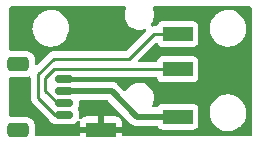
<source format=gbr>
%TF.GenerationSoftware,KiCad,Pcbnew,(6.0.5-0)*%
%TF.CreationDate,2022-07-05T23:04:03-07:00*%
%TF.ProjectId,trrs,74727273-2e6b-4696-9361-645f70636258,rev?*%
%TF.SameCoordinates,Original*%
%TF.FileFunction,Copper,L1,Top*%
%TF.FilePolarity,Positive*%
%FSLAX46Y46*%
G04 Gerber Fmt 4.6, Leading zero omitted, Abs format (unit mm)*
G04 Created by KiCad (PCBNEW (6.0.5-0)) date 2022-07-05 23:04:03*
%MOMM*%
%LPD*%
G01*
G04 APERTURE LIST*
G04 Aperture macros list*
%AMRoundRect*
0 Rectangle with rounded corners*
0 $1 Rounding radius*
0 $2 $3 $4 $5 $6 $7 $8 $9 X,Y pos of 4 corners*
0 Add a 4 corners polygon primitive as box body*
4,1,4,$2,$3,$4,$5,$6,$7,$8,$9,$2,$3,0*
0 Add four circle primitives for the rounded corners*
1,1,$1+$1,$2,$3*
1,1,$1+$1,$4,$5*
1,1,$1+$1,$6,$7*
1,1,$1+$1,$8,$9*
0 Add four rect primitives between the rounded corners*
20,1,$1+$1,$2,$3,$4,$5,0*
20,1,$1+$1,$4,$5,$6,$7,0*
20,1,$1+$1,$6,$7,$8,$9,0*
20,1,$1+$1,$8,$9,$2,$3,0*%
G04 Aperture macros list end*
%TA.AperFunction,SMDPad,CuDef*%
%ADD10RoundRect,0.150000X-0.625000X0.150000X-0.625000X-0.150000X0.625000X-0.150000X0.625000X0.150000X0*%
%TD*%
%TA.AperFunction,SMDPad,CuDef*%
%ADD11RoundRect,0.250000X-0.650000X0.350000X-0.650000X-0.350000X0.650000X-0.350000X0.650000X0.350000X0*%
%TD*%
%TA.AperFunction,SMDPad,CuDef*%
%ADD12R,2.500000X1.200000*%
%TD*%
%TA.AperFunction,ViaPad*%
%ADD13C,0.600000*%
%TD*%
%TA.AperFunction,Conductor*%
%ADD14C,0.250000*%
%TD*%
%TA.AperFunction,Conductor*%
%ADD15C,0.550000*%
%TD*%
G04 APERTURE END LIST*
D10*
%TO.P,J7,1,Pin_1*%
%TO.N,GND2*%
X93607000Y-50670000D03*
%TO.P,J7,2,Pin_2*%
%TO.N,VBUS_TRRS*%
X93607000Y-51670000D03*
%TO.P,J7,3,Pin_3*%
%TO.N,SCL*%
X93607000Y-52670000D03*
%TO.P,J7,4,Pin_4*%
%TO.N,SDA*%
X93607000Y-53670000D03*
D11*
%TO.P,J7,MP*%
%TO.N,N/C*%
X89732000Y-54970000D03*
X89732000Y-49370000D03*
%TD*%
D12*
%TO.P,J5,R1*%
%TO.N,SCL*%
X103250000Y-49825000D03*
%TO.P,J5,R2*%
%TO.N,SDA*%
X103250000Y-46825000D03*
%TO.P,J5,S*%
%TO.N,GND2*%
X96750000Y-54925000D03*
%TO.P,J5,T*%
%TO.N,VBUS_TRRS*%
X103250000Y-53825000D03*
%TD*%
D13*
%TO.N,GND2*%
X89494000Y-46546000D03*
X104133000Y-51962000D03*
X96073000Y-45234000D03*
X99542420Y-47159507D03*
%TD*%
D14*
%TO.N,SDA*%
X101209000Y-46825000D02*
X103250000Y-46825000D01*
X91428000Y-50255520D02*
X92751520Y-48932000D01*
X99102000Y-48932000D02*
X101209000Y-46825000D01*
X93228000Y-53670000D02*
X92875000Y-53670000D01*
X92751520Y-48932000D02*
X99102000Y-48932000D01*
X91428000Y-52223000D02*
X91428000Y-50255520D01*
X92875000Y-53670000D02*
X91428000Y-52223000D01*
%TO.N,SCL*%
X103250000Y-49825000D02*
X92797000Y-49825000D01*
X92049000Y-51625000D02*
X93094000Y-52670000D01*
X92049000Y-50573000D02*
X92049000Y-51625000D01*
X92797000Y-49825000D02*
X92049000Y-50573000D01*
X93094000Y-52670000D02*
X93264165Y-52670000D01*
D15*
%TO.N,VBUS_TRRS*%
X93607000Y-51670000D02*
X97642554Y-51670000D01*
X97642554Y-51670000D02*
X99797554Y-53825000D01*
X99797554Y-53825000D02*
X103250000Y-53825000D01*
%TD*%
%TA.AperFunction,Conductor*%
%TO.N,GND2*%
G36*
X109441621Y-44520502D02*
G01*
X109488114Y-44574158D01*
X109499500Y-44626500D01*
X109499500Y-55373500D01*
X109479498Y-55441621D01*
X109425842Y-55488114D01*
X109373500Y-55499500D01*
X98634000Y-55499500D01*
X98565879Y-55479498D01*
X98519386Y-55425842D01*
X98508000Y-55373500D01*
X98508000Y-55197115D01*
X98503525Y-55181876D01*
X98502135Y-55180671D01*
X98494452Y-55179000D01*
X95010116Y-55179000D01*
X94994877Y-55183475D01*
X94993672Y-55184865D01*
X94992001Y-55192548D01*
X94992001Y-55373500D01*
X94971999Y-55441621D01*
X94918343Y-55488114D01*
X94866001Y-55499500D01*
X91258314Y-55499500D01*
X91190193Y-55479498D01*
X91143700Y-55425842D01*
X91133015Y-55369866D01*
X91132500Y-55369866D01*
X91132500Y-54570134D01*
X91131727Y-54562682D01*
X91122353Y-54472339D01*
X91122352Y-54472335D01*
X91121641Y-54465481D01*
X91118350Y-54455615D01*
X91068574Y-54306419D01*
X91066256Y-54299471D01*
X90974166Y-54150655D01*
X90850311Y-54027016D01*
X90701334Y-53935186D01*
X90663296Y-53922569D01*
X90541759Y-53882256D01*
X90541757Y-53882255D01*
X90535228Y-53880090D01*
X90431866Y-53869500D01*
X89126500Y-53869500D01*
X89058379Y-53849498D01*
X89011886Y-53795842D01*
X89000500Y-53743500D01*
X89000500Y-50596500D01*
X89020502Y-50528379D01*
X89074158Y-50481886D01*
X89126500Y-50470500D01*
X90431866Y-50470500D01*
X90435112Y-50470163D01*
X90435116Y-50470163D01*
X90529661Y-50460353D01*
X90529665Y-50460352D01*
X90536519Y-50459641D01*
X90543053Y-50457461D01*
X90543058Y-50457460D01*
X90636624Y-50426244D01*
X90707574Y-50423660D01*
X90768658Y-50459844D01*
X90800482Y-50523308D01*
X90802500Y-50545768D01*
X90802500Y-52145297D01*
X90801983Y-52156257D01*
X90800327Y-52163667D01*
X90800576Y-52171593D01*
X90800576Y-52171594D01*
X90802438Y-52230841D01*
X90802500Y-52234799D01*
X90802500Y-52262350D01*
X90802996Y-52266273D01*
X90803003Y-52266388D01*
X90803923Y-52278068D01*
X90805291Y-52321627D01*
X90810836Y-52340712D01*
X90814844Y-52360062D01*
X90817336Y-52379792D01*
X90833384Y-52420323D01*
X90837219Y-52431524D01*
X90849382Y-52473390D01*
X90854714Y-52482405D01*
X90859498Y-52490494D01*
X90868195Y-52508245D01*
X90875514Y-52526732D01*
X90901129Y-52561988D01*
X90907646Y-52571910D01*
X90925790Y-52602590D01*
X90925793Y-52602594D01*
X90929830Y-52609420D01*
X90943880Y-52623470D01*
X90956721Y-52638504D01*
X90968406Y-52654587D01*
X90974514Y-52659640D01*
X91001989Y-52682369D01*
X91010769Y-52690359D01*
X92349489Y-54029080D01*
X92376031Y-54068134D01*
X92378045Y-54072788D01*
X92380256Y-54080398D01*
X92384290Y-54087219D01*
X92437092Y-54176502D01*
X92463919Y-54221865D01*
X92580135Y-54338081D01*
X92586956Y-54342115D01*
X92670760Y-54391676D01*
X92721602Y-54421744D01*
X92729214Y-54423955D01*
X92729215Y-54423956D01*
X92749234Y-54429772D01*
X92879431Y-54467598D01*
X92892584Y-54468633D01*
X92913847Y-54470307D01*
X92913860Y-54470308D01*
X92916306Y-54470500D01*
X94297694Y-54470500D01*
X94300140Y-54470308D01*
X94300153Y-54470307D01*
X94321416Y-54468633D01*
X94334569Y-54467598D01*
X94464766Y-54429772D01*
X94484785Y-54423956D01*
X94484786Y-54423955D01*
X94492398Y-54421744D01*
X94543241Y-54391676D01*
X94627044Y-54342115D01*
X94633865Y-54338081D01*
X94750081Y-54221865D01*
X94757755Y-54208889D01*
X94809645Y-54160436D01*
X94879494Y-54147727D01*
X94945127Y-54174800D01*
X94985703Y-54233058D01*
X94991632Y-54276911D01*
X94992000Y-54276911D01*
X94992000Y-54279632D01*
X94992026Y-54279824D01*
X94992000Y-54280305D01*
X94992000Y-54652885D01*
X94996475Y-54668124D01*
X94997865Y-54669329D01*
X95005548Y-54671000D01*
X96477885Y-54671000D01*
X96493124Y-54666525D01*
X96494329Y-54665135D01*
X96496000Y-54657452D01*
X96496000Y-54652885D01*
X97004000Y-54652885D01*
X97008475Y-54668124D01*
X97009865Y-54669329D01*
X97017548Y-54671000D01*
X98489884Y-54671000D01*
X98505123Y-54666525D01*
X98506328Y-54665135D01*
X98507999Y-54657452D01*
X98507999Y-54280331D01*
X98507629Y-54273510D01*
X98502105Y-54222648D01*
X98498479Y-54207396D01*
X98453324Y-54086946D01*
X98444786Y-54071351D01*
X98368285Y-53969276D01*
X98355724Y-53956715D01*
X98253649Y-53880214D01*
X98238054Y-53871676D01*
X98117606Y-53826522D01*
X98102351Y-53822895D01*
X98051486Y-53817369D01*
X98044672Y-53817000D01*
X97022115Y-53817000D01*
X97006876Y-53821475D01*
X97005671Y-53822865D01*
X97004000Y-53830548D01*
X97004000Y-54652885D01*
X96496000Y-54652885D01*
X96496000Y-53835116D01*
X96491525Y-53819877D01*
X96490135Y-53818672D01*
X96482452Y-53817001D01*
X95455331Y-53817001D01*
X95448510Y-53817371D01*
X95397648Y-53822895D01*
X95382396Y-53826521D01*
X95261946Y-53871676D01*
X95246351Y-53880214D01*
X95144276Y-53956715D01*
X95131719Y-53969272D01*
X95106431Y-54003014D01*
X95049571Y-54045529D01*
X94978753Y-54050555D01*
X94916460Y-54016495D01*
X94882469Y-53954164D01*
X94879992Y-53917564D01*
X94882307Y-53888153D01*
X94882308Y-53888140D01*
X94882500Y-53885694D01*
X94882500Y-53454306D01*
X94882308Y-53451860D01*
X94882307Y-53451847D01*
X94880103Y-53423850D01*
X94879598Y-53417431D01*
X94866385Y-53371951D01*
X94835956Y-53267215D01*
X94835955Y-53267214D01*
X94833744Y-53259602D01*
X94818686Y-53234140D01*
X94801226Y-53165324D01*
X94818686Y-53105860D01*
X94829708Y-53087223D01*
X94829709Y-53087221D01*
X94833744Y-53080398D01*
X94839437Y-53060805D01*
X94877801Y-52928754D01*
X94879598Y-52922569D01*
X94880936Y-52905568D01*
X94882307Y-52888153D01*
X94882308Y-52888140D01*
X94882500Y-52885694D01*
X94882500Y-52571500D01*
X94902502Y-52503379D01*
X94956158Y-52456886D01*
X95008500Y-52445500D01*
X97269142Y-52445500D01*
X97337263Y-52465502D01*
X97358237Y-52482405D01*
X99242852Y-54367020D01*
X99243780Y-54367957D01*
X99298619Y-54423956D01*
X99304314Y-54429772D01*
X99310233Y-54433586D01*
X99310236Y-54433589D01*
X99339051Y-54452159D01*
X99349404Y-54459598D01*
X99359426Y-54467598D01*
X99381694Y-54485375D01*
X99388033Y-54488439D01*
X99388034Y-54488440D01*
X99410367Y-54499236D01*
X99423787Y-54506767D01*
X99450558Y-54524020D01*
X99489409Y-54538161D01*
X99501123Y-54543109D01*
X99538333Y-54561097D01*
X99545198Y-54562682D01*
X99569358Y-54568260D01*
X99584108Y-54572628D01*
X99614047Y-54583525D01*
X99655065Y-54588707D01*
X99667589Y-54590938D01*
X99707856Y-54600235D01*
X99714902Y-54600260D01*
X99714906Y-54600260D01*
X99746788Y-54600371D01*
X99747612Y-54600398D01*
X99748417Y-54600500D01*
X99783658Y-54600500D01*
X99784097Y-54600501D01*
X99881837Y-54600842D01*
X99882993Y-54600584D01*
X99884536Y-54600500D01*
X101446402Y-54600500D01*
X101514523Y-54620502D01*
X101555024Y-54663955D01*
X101556474Y-54667824D01*
X101561857Y-54675006D01*
X101561860Y-54675011D01*
X101637072Y-54775365D01*
X101642454Y-54782546D01*
X101649635Y-54787928D01*
X101749994Y-54863144D01*
X101749997Y-54863146D01*
X101757176Y-54868526D01*
X101846561Y-54902034D01*
X101884025Y-54916079D01*
X101884027Y-54916079D01*
X101891420Y-54918851D01*
X101899270Y-54919704D01*
X101899271Y-54919704D01*
X101930080Y-54923051D01*
X101952623Y-54925500D01*
X103249810Y-54925500D01*
X104547376Y-54925499D01*
X104550770Y-54925130D01*
X104550776Y-54925130D01*
X104600722Y-54919705D01*
X104600726Y-54919704D01*
X104608580Y-54918851D01*
X104742824Y-54868526D01*
X104750003Y-54863146D01*
X104750006Y-54863144D01*
X104850365Y-54787928D01*
X104857546Y-54782546D01*
X104862928Y-54775365D01*
X104938144Y-54675006D01*
X104938146Y-54675003D01*
X104943526Y-54667824D01*
X104993851Y-54533580D01*
X104995305Y-54520201D01*
X105000131Y-54475774D01*
X105000131Y-54475773D01*
X105000500Y-54472377D01*
X105000499Y-53554288D01*
X105945404Y-53554288D01*
X105974081Y-53802140D01*
X105975460Y-53807011D01*
X105975460Y-53807014D01*
X105979954Y-53822895D01*
X106042017Y-54042219D01*
X106147462Y-54268348D01*
X106287706Y-54474710D01*
X106459138Y-54655994D01*
X106463164Y-54659072D01*
X106463165Y-54659073D01*
X106624661Y-54782546D01*
X106657349Y-54807538D01*
X106877239Y-54925443D01*
X107113152Y-55006674D01*
X107241099Y-55028774D01*
X107355107Y-55048467D01*
X107355113Y-55048468D01*
X107359017Y-55049142D01*
X107362978Y-55049322D01*
X107362979Y-55049322D01*
X107387503Y-55050436D01*
X107387522Y-55050436D01*
X107388922Y-55050500D01*
X107562691Y-55050500D01*
X107565199Y-55050298D01*
X107565204Y-55050298D01*
X107743661Y-55035940D01*
X107743666Y-55035939D01*
X107748702Y-55035534D01*
X107753610Y-55034329D01*
X107753613Y-55034328D01*
X107986092Y-54977225D01*
X107991006Y-54976018D01*
X107995658Y-54974043D01*
X107995662Y-54974042D01*
X108216022Y-54880505D01*
X108216023Y-54880505D01*
X108220677Y-54878529D01*
X108431808Y-54745573D01*
X108519997Y-54667824D01*
X108615168Y-54583920D01*
X108615171Y-54583917D01*
X108618965Y-54580572D01*
X108630209Y-54566884D01*
X108694643Y-54488440D01*
X108777334Y-54387770D01*
X108902840Y-54172128D01*
X108913069Y-54145482D01*
X108990443Y-53943915D01*
X108992255Y-53939195D01*
X108993575Y-53932881D01*
X109042243Y-53699915D01*
X109043278Y-53694961D01*
X109054596Y-53445712D01*
X109025919Y-53197860D01*
X109018036Y-53170000D01*
X108959360Y-52962648D01*
X108957983Y-52957781D01*
X108875770Y-52781474D01*
X108854675Y-52736234D01*
X108854673Y-52736230D01*
X108852538Y-52731652D01*
X108847678Y-52724500D01*
X108800164Y-52654587D01*
X108712294Y-52525290D01*
X108540862Y-52344006D01*
X108398026Y-52234799D01*
X108346677Y-52195540D01*
X108346676Y-52195539D01*
X108342651Y-52192462D01*
X108122761Y-52074557D01*
X107886848Y-51993326D01*
X107758901Y-51971226D01*
X107644893Y-51951533D01*
X107644887Y-51951532D01*
X107640983Y-51950858D01*
X107637022Y-51950678D01*
X107637021Y-51950678D01*
X107612497Y-51949564D01*
X107612478Y-51949564D01*
X107611078Y-51949500D01*
X107437309Y-51949500D01*
X107434801Y-51949702D01*
X107434796Y-51949702D01*
X107256339Y-51964060D01*
X107256334Y-51964061D01*
X107251298Y-51964466D01*
X107246390Y-51965671D01*
X107246387Y-51965672D01*
X107016392Y-52022165D01*
X107008994Y-52023982D01*
X107004342Y-52025957D01*
X107004338Y-52025958D01*
X106783978Y-52119495D01*
X106779323Y-52121471D01*
X106568192Y-52254427D01*
X106564398Y-52257772D01*
X106384832Y-52416080D01*
X106384829Y-52416083D01*
X106381035Y-52419428D01*
X106377825Y-52423336D01*
X106377824Y-52423337D01*
X106371083Y-52431544D01*
X106222666Y-52612230D01*
X106097160Y-52827872D01*
X106007745Y-53060805D01*
X106006712Y-53065751D01*
X106006710Y-53065757D01*
X105967640Y-53252777D01*
X105956722Y-53305039D01*
X105945404Y-53554288D01*
X105000499Y-53554288D01*
X105000499Y-53177624D01*
X104993851Y-53116420D01*
X104943526Y-52982176D01*
X104938146Y-52974997D01*
X104938144Y-52974994D01*
X104862928Y-52874635D01*
X104857546Y-52867454D01*
X104811037Y-52832597D01*
X104750006Y-52786856D01*
X104750003Y-52786854D01*
X104742824Y-52781474D01*
X104653439Y-52747966D01*
X104615975Y-52733921D01*
X104615973Y-52733921D01*
X104608580Y-52731149D01*
X104600730Y-52730296D01*
X104600729Y-52730296D01*
X104550774Y-52724869D01*
X104550773Y-52724869D01*
X104547377Y-52724500D01*
X103250190Y-52724500D01*
X101952624Y-52724501D01*
X101949230Y-52724870D01*
X101949224Y-52724870D01*
X101899278Y-52730295D01*
X101899274Y-52730296D01*
X101891420Y-52731149D01*
X101757176Y-52781474D01*
X101749997Y-52786854D01*
X101749994Y-52786856D01*
X101688963Y-52832597D01*
X101642454Y-52867454D01*
X101637072Y-52874635D01*
X101571110Y-52962648D01*
X101556474Y-52982176D01*
X101555109Y-52985817D01*
X101506667Y-53034153D01*
X101446402Y-53049500D01*
X101189138Y-53049500D01*
X101121017Y-53029498D01*
X101074524Y-52975842D01*
X101064420Y-52905568D01*
X101084555Y-52853226D01*
X101097116Y-52834533D01*
X101097119Y-52834527D01*
X101100250Y-52829868D01*
X101121494Y-52781474D01*
X101163336Y-52686153D01*
X101189974Y-52625471D01*
X101191282Y-52620023D01*
X101191284Y-52620017D01*
X101240775Y-52413872D01*
X101240775Y-52413871D01*
X101242085Y-52408415D01*
X101250771Y-52257772D01*
X101254611Y-52191169D01*
X101254611Y-52191166D01*
X101254934Y-52185562D01*
X101228117Y-51963956D01*
X101162481Y-51750600D01*
X101060099Y-51552241D01*
X101056690Y-51547799D01*
X101056688Y-51547795D01*
X100927620Y-51379590D01*
X100924210Y-51375146D01*
X100759107Y-51224914D01*
X100570010Y-51106293D01*
X100362895Y-51023034D01*
X100357407Y-51021897D01*
X100357402Y-51021896D01*
X100192845Y-50987818D01*
X100144310Y-50977767D01*
X100139697Y-50977501D01*
X100089474Y-50974605D01*
X100089470Y-50974605D01*
X100087651Y-50974500D01*
X99943370Y-50974500D01*
X99940583Y-50974749D01*
X99940577Y-50974749D01*
X99871003Y-50980959D01*
X99777661Y-50989289D01*
X99772247Y-50990770D01*
X99772242Y-50990771D01*
X99703325Y-51009625D01*
X99562349Y-51048192D01*
X99557291Y-51050604D01*
X99557287Y-51050606D01*
X99526632Y-51065228D01*
X99360871Y-51144292D01*
X99179595Y-51274552D01*
X99024251Y-51434854D01*
X99021122Y-51439511D01*
X99021120Y-51439513D01*
X98900616Y-51618843D01*
X98846020Y-51664229D01*
X98775554Y-51672892D01*
X98706939Y-51637663D01*
X98197256Y-51127980D01*
X98196328Y-51127043D01*
X98140723Y-51070261D01*
X98140722Y-51070260D01*
X98135794Y-51065228D01*
X98129875Y-51061414D01*
X98129872Y-51061411D01*
X98101057Y-51042841D01*
X98090704Y-51035402D01*
X98077830Y-51025125D01*
X98058414Y-51009625D01*
X98052077Y-51006562D01*
X98052073Y-51006559D01*
X98029745Y-50995766D01*
X98016328Y-50988237D01*
X98000081Y-50977767D01*
X97989550Y-50970980D01*
X97950703Y-50956841D01*
X97938982Y-50951890D01*
X97901774Y-50933903D01*
X97894910Y-50932318D01*
X97894909Y-50932318D01*
X97870747Y-50926740D01*
X97855994Y-50922370D01*
X97848669Y-50919704D01*
X97826061Y-50911475D01*
X97785043Y-50906293D01*
X97772519Y-50904062D01*
X97732252Y-50894765D01*
X97725206Y-50894740D01*
X97725202Y-50894740D01*
X97693315Y-50894629D01*
X97692495Y-50894602D01*
X97691691Y-50894500D01*
X97656575Y-50894500D01*
X97656135Y-50894499D01*
X97655614Y-50894497D01*
X97558270Y-50894157D01*
X97557111Y-50894416D01*
X97555562Y-50894500D01*
X94428563Y-50894500D01*
X94393410Y-50889497D01*
X94340754Y-50874199D01*
X94340755Y-50874199D01*
X94334569Y-50872402D01*
X94321416Y-50871367D01*
X94300153Y-50869693D01*
X94300140Y-50869692D01*
X94297694Y-50869500D01*
X93479000Y-50869500D01*
X93410879Y-50849498D01*
X93364386Y-50795842D01*
X93353000Y-50743500D01*
X93353000Y-50576500D01*
X93373002Y-50508379D01*
X93426658Y-50461886D01*
X93479000Y-50450500D01*
X101387856Y-50450500D01*
X101455977Y-50470502D01*
X101502470Y-50524158D01*
X101505757Y-50533727D01*
X101506149Y-50533580D01*
X101556474Y-50667824D01*
X101561854Y-50675003D01*
X101561856Y-50675006D01*
X101613190Y-50743500D01*
X101642454Y-50782546D01*
X101649635Y-50787928D01*
X101749994Y-50863144D01*
X101749997Y-50863146D01*
X101757176Y-50868526D01*
X101846561Y-50902034D01*
X101884025Y-50916079D01*
X101884027Y-50916079D01*
X101891420Y-50918851D01*
X101899270Y-50919704D01*
X101899271Y-50919704D01*
X101949217Y-50925130D01*
X101952623Y-50925500D01*
X103249810Y-50925500D01*
X104547376Y-50925499D01*
X104550770Y-50925130D01*
X104550776Y-50925130D01*
X104600722Y-50919705D01*
X104600726Y-50919704D01*
X104608580Y-50918851D01*
X104742824Y-50868526D01*
X104750003Y-50863146D01*
X104750006Y-50863144D01*
X104850365Y-50787928D01*
X104857546Y-50782546D01*
X104886810Y-50743500D01*
X104938144Y-50675006D01*
X104938146Y-50675003D01*
X104943526Y-50667824D01*
X104993851Y-50533580D01*
X105000500Y-50472377D01*
X105000499Y-49177624D01*
X105000130Y-49174224D01*
X104994705Y-49124278D01*
X104994704Y-49124274D01*
X104993851Y-49116420D01*
X104943526Y-48982176D01*
X104938146Y-48974997D01*
X104938144Y-48974994D01*
X104862928Y-48874635D01*
X104857546Y-48867454D01*
X104846190Y-48858943D01*
X104750006Y-48786856D01*
X104750003Y-48786854D01*
X104742824Y-48781474D01*
X104653439Y-48747966D01*
X104615975Y-48733921D01*
X104615973Y-48733921D01*
X104608580Y-48731149D01*
X104600730Y-48730296D01*
X104600729Y-48730296D01*
X104550774Y-48724869D01*
X104550773Y-48724869D01*
X104547377Y-48724500D01*
X103250190Y-48724500D01*
X101952624Y-48724501D01*
X101949230Y-48724870D01*
X101949224Y-48724870D01*
X101899278Y-48730295D01*
X101899274Y-48730296D01*
X101891420Y-48731149D01*
X101757176Y-48781474D01*
X101749997Y-48786854D01*
X101749994Y-48786856D01*
X101653810Y-48858943D01*
X101642454Y-48867454D01*
X101637072Y-48874635D01*
X101561856Y-48974994D01*
X101561854Y-48974997D01*
X101556474Y-48982176D01*
X101506149Y-49116420D01*
X101503198Y-49115314D01*
X101475237Y-49164277D01*
X101412288Y-49197109D01*
X101387856Y-49199500D01*
X100023280Y-49199500D01*
X99955159Y-49179498D01*
X99908666Y-49125842D01*
X99898562Y-49055568D01*
X99928056Y-48990988D01*
X99934185Y-48984405D01*
X100594338Y-48324253D01*
X101334738Y-47583853D01*
X101397050Y-47549827D01*
X101467866Y-47554892D01*
X101524701Y-47597439D01*
X101541813Y-47628716D01*
X101556474Y-47667824D01*
X101561854Y-47675003D01*
X101561856Y-47675006D01*
X101599948Y-47725831D01*
X101642454Y-47782546D01*
X101649635Y-47787928D01*
X101749994Y-47863144D01*
X101749997Y-47863146D01*
X101757176Y-47868526D01*
X101839326Y-47899322D01*
X101884025Y-47916079D01*
X101884027Y-47916079D01*
X101891420Y-47918851D01*
X101899270Y-47919704D01*
X101899271Y-47919704D01*
X101949217Y-47925130D01*
X101952623Y-47925500D01*
X103249810Y-47925500D01*
X104547376Y-47925499D01*
X104550770Y-47925130D01*
X104550776Y-47925130D01*
X104600722Y-47919705D01*
X104600726Y-47919704D01*
X104608580Y-47918851D01*
X104742824Y-47868526D01*
X104750003Y-47863146D01*
X104750006Y-47863144D01*
X104850365Y-47787928D01*
X104857546Y-47782546D01*
X104900052Y-47725831D01*
X104938144Y-47675006D01*
X104938146Y-47675003D01*
X104943526Y-47667824D01*
X104985862Y-47554892D01*
X104991079Y-47540975D01*
X104991079Y-47540973D01*
X104993851Y-47533580D01*
X105000500Y-47472377D01*
X105000499Y-46404288D01*
X105945404Y-46404288D01*
X105945985Y-46409308D01*
X105945985Y-46409312D01*
X105953631Y-46475395D01*
X105974081Y-46652140D01*
X106042017Y-46892219D01*
X106147462Y-47118348D01*
X106287706Y-47324710D01*
X106459138Y-47505994D01*
X106657349Y-47657538D01*
X106877239Y-47775443D01*
X107113152Y-47856674D01*
X107241099Y-47878774D01*
X107355107Y-47898467D01*
X107355113Y-47898468D01*
X107359017Y-47899142D01*
X107362978Y-47899322D01*
X107362979Y-47899322D01*
X107387503Y-47900436D01*
X107387522Y-47900436D01*
X107388922Y-47900500D01*
X107562691Y-47900500D01*
X107565199Y-47900298D01*
X107565204Y-47900298D01*
X107743661Y-47885940D01*
X107743666Y-47885939D01*
X107748702Y-47885534D01*
X107753610Y-47884329D01*
X107753613Y-47884328D01*
X107986092Y-47827225D01*
X107991006Y-47826018D01*
X107995658Y-47824043D01*
X107995662Y-47824042D01*
X108216022Y-47730505D01*
X108216023Y-47730505D01*
X108220677Y-47728529D01*
X108431808Y-47595573D01*
X108529923Y-47509073D01*
X108615168Y-47433920D01*
X108615171Y-47433917D01*
X108618965Y-47430572D01*
X108777334Y-47237770D01*
X108902840Y-47022128D01*
X108992255Y-46789195D01*
X109043278Y-46544961D01*
X109046444Y-46475251D01*
X109052226Y-46347895D01*
X109054596Y-46295712D01*
X109048889Y-46246382D01*
X109026501Y-46052890D01*
X109025919Y-46047860D01*
X108957983Y-45807781D01*
X108895366Y-45673498D01*
X108854675Y-45586234D01*
X108854673Y-45586230D01*
X108852538Y-45581652D01*
X108712294Y-45375290D01*
X108540862Y-45194006D01*
X108342651Y-45042462D01*
X108122761Y-44924557D01*
X107886848Y-44843326D01*
X107748319Y-44819398D01*
X107644893Y-44801533D01*
X107644887Y-44801532D01*
X107640983Y-44800858D01*
X107637022Y-44800678D01*
X107637021Y-44800678D01*
X107612497Y-44799564D01*
X107612478Y-44799564D01*
X107611078Y-44799500D01*
X107437309Y-44799500D01*
X107434801Y-44799702D01*
X107434796Y-44799702D01*
X107256339Y-44814060D01*
X107256334Y-44814061D01*
X107251298Y-44814466D01*
X107246390Y-44815671D01*
X107246387Y-44815672D01*
X107016392Y-44872165D01*
X107008994Y-44873982D01*
X107004342Y-44875957D01*
X107004338Y-44875958D01*
X106809659Y-44958594D01*
X106779323Y-44971471D01*
X106568192Y-45104427D01*
X106564398Y-45107772D01*
X106384832Y-45266080D01*
X106384829Y-45266083D01*
X106381035Y-45269428D01*
X106222666Y-45462230D01*
X106097160Y-45677872D01*
X106095347Y-45682595D01*
X106095346Y-45682597D01*
X106058600Y-45778324D01*
X106007745Y-45910805D01*
X105956722Y-46155039D01*
X105956493Y-46160088D01*
X105956492Y-46160094D01*
X105952574Y-46246382D01*
X105945404Y-46404288D01*
X105000499Y-46404288D01*
X105000499Y-46177624D01*
X105000130Y-46174224D01*
X104994705Y-46124278D01*
X104994704Y-46124274D01*
X104993851Y-46116420D01*
X104943526Y-45982176D01*
X104938146Y-45974997D01*
X104938144Y-45974994D01*
X104862928Y-45874635D01*
X104857546Y-45867454D01*
X104813623Y-45834535D01*
X104750006Y-45786856D01*
X104750003Y-45786854D01*
X104742824Y-45781474D01*
X104653439Y-45747966D01*
X104615975Y-45733921D01*
X104615973Y-45733921D01*
X104608580Y-45731149D01*
X104600730Y-45730296D01*
X104600729Y-45730296D01*
X104550774Y-45724869D01*
X104550773Y-45724869D01*
X104547377Y-45724500D01*
X103250190Y-45724500D01*
X101952624Y-45724501D01*
X101949230Y-45724870D01*
X101949224Y-45724870D01*
X101899278Y-45730295D01*
X101899274Y-45730296D01*
X101891420Y-45731149D01*
X101757176Y-45781474D01*
X101749997Y-45786854D01*
X101749994Y-45786856D01*
X101686377Y-45834535D01*
X101642454Y-45867454D01*
X101637072Y-45874635D01*
X101561856Y-45974994D01*
X101561854Y-45974997D01*
X101556474Y-45982176D01*
X101506149Y-46116420D01*
X101503198Y-46115314D01*
X101475237Y-46164277D01*
X101412288Y-46197109D01*
X101387856Y-46199500D01*
X101286703Y-46199500D01*
X101275743Y-46198983D01*
X101268333Y-46197327D01*
X101260407Y-46197576D01*
X101260406Y-46197576D01*
X101201159Y-46199438D01*
X101197201Y-46199500D01*
X101169650Y-46199500D01*
X101165727Y-46199996D01*
X101165612Y-46200003D01*
X101153932Y-46200923D01*
X101128525Y-46201721D01*
X101118295Y-46202042D01*
X101118294Y-46202042D01*
X101110373Y-46202291D01*
X101103443Y-46204304D01*
X101033347Y-46195248D01*
X100979031Y-46149527D01*
X100958057Y-46081700D01*
X100979462Y-46009622D01*
X101097115Y-45834535D01*
X101097120Y-45834526D01*
X101100250Y-45829868D01*
X101121494Y-45781474D01*
X101146503Y-45724500D01*
X101189974Y-45625471D01*
X101191282Y-45620023D01*
X101191284Y-45620017D01*
X101240775Y-45413872D01*
X101240775Y-45413871D01*
X101242085Y-45408415D01*
X101254934Y-45185562D01*
X101228117Y-44963956D01*
X101162481Y-44750600D01*
X101128254Y-44684288D01*
X101114785Y-44614584D01*
X101141139Y-44548660D01*
X101198952Y-44507450D01*
X101240220Y-44500500D01*
X109373500Y-44500500D01*
X109441621Y-44520502D01*
G37*
%TD.AperFunction*%
%TA.AperFunction,Conductor*%
G36*
X98827471Y-44520502D02*
G01*
X98873964Y-44574158D01*
X98884068Y-44644432D01*
X98874726Y-44677139D01*
X98810026Y-44824529D01*
X98808718Y-44829977D01*
X98808716Y-44829983D01*
X98774748Y-44971471D01*
X98757915Y-45041585D01*
X98757592Y-45047190D01*
X98748915Y-45197688D01*
X98745066Y-45264438D01*
X98771883Y-45486044D01*
X98837519Y-45699400D01*
X98939901Y-45897759D01*
X98943310Y-45902201D01*
X98943312Y-45902205D01*
X99072380Y-46070410D01*
X99075790Y-46074854D01*
X99240893Y-46225086D01*
X99429990Y-46343707D01*
X99637105Y-46426966D01*
X99642593Y-46428103D01*
X99642598Y-46428104D01*
X99800053Y-46460711D01*
X99855690Y-46472233D01*
X99860303Y-46472499D01*
X99910526Y-46475395D01*
X99910530Y-46475395D01*
X99912349Y-46475500D01*
X100056630Y-46475500D01*
X100059417Y-46475251D01*
X100059423Y-46475251D01*
X100128997Y-46469041D01*
X100222339Y-46460711D01*
X100353333Y-46424875D01*
X100405960Y-46410478D01*
X100476944Y-46411796D01*
X100535948Y-46451281D01*
X100564237Y-46516399D01*
X100552830Y-46586473D01*
X100528303Y-46621107D01*
X99698909Y-47450500D01*
X98879814Y-48269595D01*
X98817502Y-48303621D01*
X98790719Y-48306500D01*
X92829223Y-48306500D01*
X92818263Y-48305983D01*
X92810853Y-48304327D01*
X92802927Y-48304576D01*
X92802926Y-48304576D01*
X92743679Y-48306438D01*
X92739721Y-48306500D01*
X92712170Y-48306500D01*
X92708247Y-48306996D01*
X92708132Y-48307003D01*
X92696452Y-48307923D01*
X92652893Y-48309291D01*
X92633804Y-48314837D01*
X92614458Y-48318844D01*
X92594728Y-48321336D01*
X92554197Y-48337384D01*
X92542996Y-48341219D01*
X92501130Y-48353382D01*
X92484021Y-48363500D01*
X92466275Y-48372195D01*
X92447788Y-48379514D01*
X92412532Y-48405129D01*
X92402610Y-48411646D01*
X92371930Y-48429790D01*
X92371926Y-48429793D01*
X92365100Y-48433830D01*
X92351050Y-48447880D01*
X92336016Y-48460721D01*
X92319933Y-48472406D01*
X92314880Y-48478514D01*
X92292151Y-48505989D01*
X92284171Y-48514759D01*
X91347593Y-49451336D01*
X91285283Y-49485360D01*
X91214467Y-49480295D01*
X91157632Y-49437748D01*
X91132821Y-49371228D01*
X91132500Y-49362239D01*
X91132500Y-48970134D01*
X91121641Y-48865481D01*
X91066256Y-48699471D01*
X90974166Y-48550655D01*
X90850311Y-48427016D01*
X90701334Y-48335186D01*
X90668373Y-48324253D01*
X90541759Y-48282256D01*
X90541757Y-48282255D01*
X90535228Y-48280090D01*
X90431866Y-48269500D01*
X89126500Y-48269500D01*
X89058379Y-48249498D01*
X89011886Y-48195842D01*
X89000500Y-48143500D01*
X89000500Y-46404288D01*
X90945404Y-46404288D01*
X90945985Y-46409308D01*
X90945985Y-46409312D01*
X90953631Y-46475395D01*
X90974081Y-46652140D01*
X91042017Y-46892219D01*
X91147462Y-47118348D01*
X91287706Y-47324710D01*
X91459138Y-47505994D01*
X91657349Y-47657538D01*
X91877239Y-47775443D01*
X92113152Y-47856674D01*
X92241099Y-47878774D01*
X92355107Y-47898467D01*
X92355113Y-47898468D01*
X92359017Y-47899142D01*
X92362978Y-47899322D01*
X92362979Y-47899322D01*
X92387503Y-47900436D01*
X92387522Y-47900436D01*
X92388922Y-47900500D01*
X92562691Y-47900500D01*
X92565199Y-47900298D01*
X92565204Y-47900298D01*
X92743661Y-47885940D01*
X92743666Y-47885939D01*
X92748702Y-47885534D01*
X92753610Y-47884329D01*
X92753613Y-47884328D01*
X92986092Y-47827225D01*
X92991006Y-47826018D01*
X92995658Y-47824043D01*
X92995662Y-47824042D01*
X93216022Y-47730505D01*
X93216023Y-47730505D01*
X93220677Y-47728529D01*
X93431808Y-47595573D01*
X93529923Y-47509073D01*
X93615168Y-47433920D01*
X93615171Y-47433917D01*
X93618965Y-47430572D01*
X93777334Y-47237770D01*
X93902840Y-47022128D01*
X93992255Y-46789195D01*
X94043278Y-46544961D01*
X94046444Y-46475251D01*
X94052226Y-46347895D01*
X94054596Y-46295712D01*
X94048889Y-46246382D01*
X94026501Y-46052890D01*
X94025919Y-46047860D01*
X93957983Y-45807781D01*
X93895366Y-45673498D01*
X93854675Y-45586234D01*
X93854673Y-45586230D01*
X93852538Y-45581652D01*
X93712294Y-45375290D01*
X93540862Y-45194006D01*
X93342651Y-45042462D01*
X93122761Y-44924557D01*
X92886848Y-44843326D01*
X92748319Y-44819398D01*
X92644893Y-44801533D01*
X92644887Y-44801532D01*
X92640983Y-44800858D01*
X92637022Y-44800678D01*
X92637021Y-44800678D01*
X92612497Y-44799564D01*
X92612478Y-44799564D01*
X92611078Y-44799500D01*
X92437309Y-44799500D01*
X92434801Y-44799702D01*
X92434796Y-44799702D01*
X92256339Y-44814060D01*
X92256334Y-44814061D01*
X92251298Y-44814466D01*
X92246390Y-44815671D01*
X92246387Y-44815672D01*
X92016392Y-44872165D01*
X92008994Y-44873982D01*
X92004342Y-44875957D01*
X92004338Y-44875958D01*
X91809659Y-44958594D01*
X91779323Y-44971471D01*
X91568192Y-45104427D01*
X91564398Y-45107772D01*
X91384832Y-45266080D01*
X91384829Y-45266083D01*
X91381035Y-45269428D01*
X91222666Y-45462230D01*
X91097160Y-45677872D01*
X91095347Y-45682595D01*
X91095346Y-45682597D01*
X91058600Y-45778324D01*
X91007745Y-45910805D01*
X90956722Y-46155039D01*
X90956493Y-46160088D01*
X90956492Y-46160094D01*
X90952574Y-46246382D01*
X90945404Y-46404288D01*
X89000500Y-46404288D01*
X89000500Y-44626500D01*
X89020502Y-44558379D01*
X89074158Y-44511886D01*
X89126500Y-44500500D01*
X98759350Y-44500500D01*
X98827471Y-44520502D01*
G37*
%TD.AperFunction*%
%TD*%
M02*

</source>
